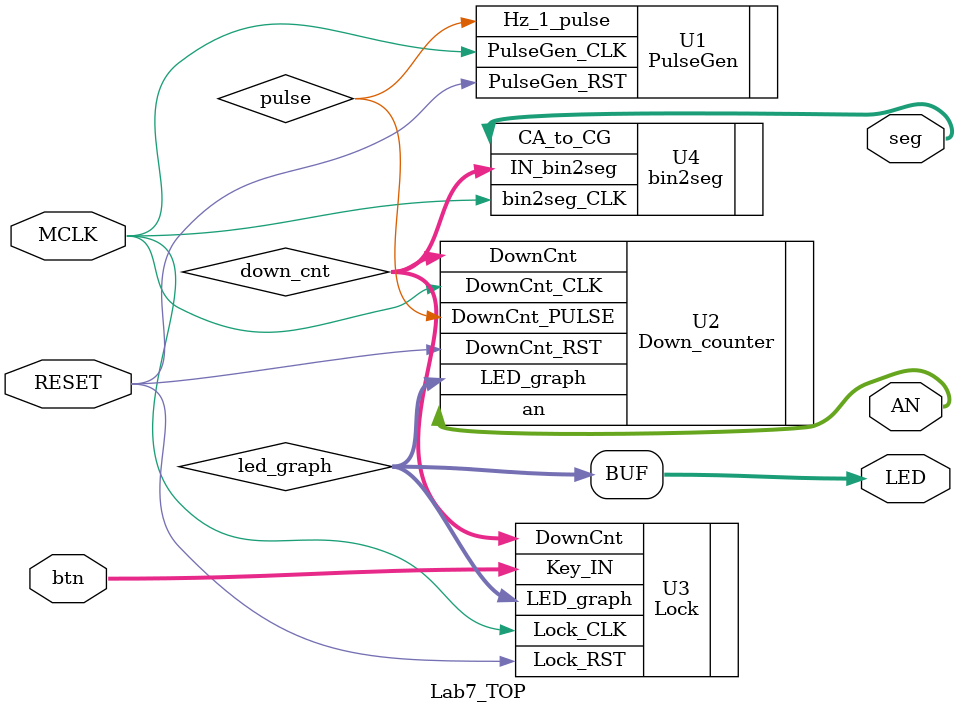
<source format=v>
`timescale 1ns / 1ps
/* *********************************************************************************
*	Module name: Lab7_TOP.v
*	Description: Verilog top module for Lab7. All needed modules are instantiated
*		     		 below. Inputs are Baysys2 MCLK, a reset switch on Baysys2 board and
*					 four pushbuttons. Outputs are a 7sd digit, AN select (for selecting 
*					 7sd on Baysys2 board) and 8 LEDs. 
*
*	Author	       	Date		     		Revision		Comments	
************************************************************************************
*	Leonardo Fusser   6 December 2021   v1.0.0		Created Lab7_TOP.v file.
*																	Completed Lab7_TOP.v file.
*
************************************************************************************/

/*Lab7_TOP module*/
module Lab7_TOP(
    input MCLK, RESET,	//MCLK and RESET inputs.
	 input [3:0] btn,		//Pushbutton inputs.
	 output [7:0] LED,	//LED outputs.
	 output [6:0] seg,	//7sd digit output.
	 output [3:0] AN		//7sd anode select output.
	 );

/*Internal wire declarations*/
wire pulse;					//1-second pulse.
wire [3:0] down_cnt;		//Down count value.
wire [7:0] led_graph;	//Pushbutton input sequence illustration.

assign LED = led_graph;	//Connects led_graph to LED outputs.

/*PulseGen module instantiation*/
PulseGen U1(
	.PulseGen_CLK(MCLK),		//Provides MCLK as input to module.
	.PulseGen_RST(RESET),	//Provides RESET as input to module.
	.Hz_1_pulse(pulse)		//Takes 1-second pulse as output from module.
);

/*Down_counter module instatiation*/
Down_counter U2(
	.DownCnt_CLK(MCLK),		//Provides MCLK as input to module.
	.DownCnt_RST(RESET),		//Provides RESET as input to module.
	.DownCnt_PULSE(pulse),	//Provides 1-second pulse as input to module.
	.LED_graph(led_graph),	//Provides led_graph as input to module.
	.DownCnt(down_cnt),		//Takes down count value as output from module.
	.an(AN)						//Takes 7sd anode select as output from module.
);

/*Lock module instantiation*/
Lock U3(
	.Lock_CLK(MCLK),			//Provides MCLK as input to module.
	.Lock_RST(RESET),			//Provides RESET as input to module.
	.DownCnt(down_cnt),		//Provides down count value as input to module.
	.Key_IN(btn),				//Provides pushbuttons as input to module.
	.LED_graph(led_graph)	//Takes led_graph as output from module.
);

/*bin2seg module instantiation*/
bin2seg U4(
	.bin2seg_CLK(MCLK),		//Provides MCLK as input to module.
	.IN_bin2seg(down_cnt),	//Provides down count value as input to module.
	.CA_to_CG(seg)				//Takes 7sd digit value as output from module.
);

endmodule

</source>
